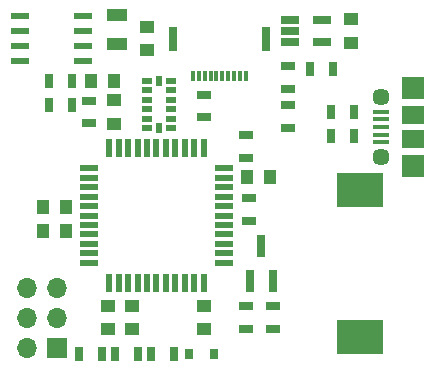
<source format=gbr>
G04 #@! TF.FileFunction,Soldermask,Bot*
%FSLAX46Y46*%
G04 Gerber Fmt 4.6, Leading zero omitted, Abs format (unit mm)*
G04 Created by KiCad (PCBNEW 4.0.5) date 08/11/17 18:39:36*
%MOMM*%
%LPD*%
G01*
G04 APERTURE LIST*
%ADD10C,0.100000*%
%ADD11R,1.500000X0.550000*%
%ADD12R,0.550000X1.500000*%
%ADD13R,0.300000X0.850000*%
%ADD14R,0.800000X2.000000*%
%ADD15R,1.700000X1.700000*%
%ADD16O,1.700000X1.700000*%
%ADD17R,0.800000X1.900000*%
%ADD18R,1.560000X0.650000*%
%ADD19R,1.550000X0.600000*%
%ADD20R,1.800000X1.000000*%
%ADD21R,1.350000X0.400000*%
%ADD22C,1.450000*%
%ADD23R,1.900000X1.500000*%
%ADD24R,1.900000X1.900000*%
%ADD25R,0.813000X0.500000*%
%ADD26R,0.500000X0.813000*%
%ADD27R,4.000000X2.900000*%
%ADD28R,1.250000X1.000000*%
%ADD29R,1.000000X1.250000*%
%ADD30R,0.700000X1.300000*%
%ADD31R,1.300000X0.700000*%
%ADD32R,0.800000X0.900000*%
G04 APERTURE END LIST*
D10*
D11*
X135016000Y-71310000D03*
X135016000Y-70510000D03*
X135016000Y-69710000D03*
X135016000Y-68910000D03*
X135016000Y-68110000D03*
X135016000Y-67310000D03*
X135016000Y-66510000D03*
X135016000Y-65710000D03*
X135016000Y-64910000D03*
X135016000Y-64110000D03*
X135016000Y-63310000D03*
D12*
X136716000Y-61610000D03*
X137516000Y-61610000D03*
X138316000Y-61610000D03*
X139116000Y-61610000D03*
X139916000Y-61610000D03*
X140716000Y-61610000D03*
X141516000Y-61610000D03*
X142316000Y-61610000D03*
X143116000Y-61610000D03*
X143916000Y-61610000D03*
X144716000Y-61610000D03*
D11*
X146416000Y-63310000D03*
X146416000Y-64110000D03*
X146416000Y-64910000D03*
X146416000Y-65710000D03*
X146416000Y-66510000D03*
X146416000Y-67310000D03*
X146416000Y-68110000D03*
X146416000Y-68910000D03*
X146416000Y-69710000D03*
X146416000Y-70510000D03*
X146416000Y-71310000D03*
D12*
X144716000Y-73010000D03*
X143916000Y-73010000D03*
X143116000Y-73010000D03*
X142316000Y-73010000D03*
X141516000Y-73010000D03*
X140716000Y-73010000D03*
X139916000Y-73010000D03*
X139116000Y-73010000D03*
X138316000Y-73010000D03*
X137516000Y-73010000D03*
X136716000Y-73010000D03*
D13*
X143800000Y-55499000D03*
X144300000Y-55499000D03*
X144800000Y-55499000D03*
X145300000Y-55499000D03*
X145800000Y-55499000D03*
X146300000Y-55499000D03*
X146800000Y-55499000D03*
X147300000Y-55499000D03*
X147800000Y-55499000D03*
X148300000Y-55499000D03*
D14*
X142100000Y-52324000D03*
X150000000Y-52324000D03*
D15*
X132334000Y-78486000D03*
D16*
X129794000Y-78486000D03*
X132334000Y-75946000D03*
X129794000Y-75946000D03*
X132334000Y-73406000D03*
X129794000Y-73406000D03*
D17*
X150556000Y-72874000D03*
X148656000Y-72874000D03*
X149606000Y-69874000D03*
D18*
X152066000Y-52639000D03*
X152066000Y-51689000D03*
X152066000Y-50739000D03*
X154766000Y-50739000D03*
X154766000Y-52639000D03*
D19*
X134526000Y-50419000D03*
X134526000Y-51689000D03*
X134526000Y-52959000D03*
X134526000Y-54229000D03*
X129126000Y-54229000D03*
X129126000Y-52959000D03*
X129126000Y-51689000D03*
X129126000Y-50419000D03*
D20*
X137414000Y-50312000D03*
X137414000Y-52812000D03*
D21*
X159766000Y-58517000D03*
X159766000Y-59167000D03*
X159766000Y-59817000D03*
X159766000Y-60467000D03*
X159766000Y-61117000D03*
D22*
X159766000Y-62317000D03*
X159766000Y-57317000D03*
D23*
X162466000Y-60817000D03*
X162466000Y-58817000D03*
D24*
X162466000Y-63117000D03*
X162466000Y-56517000D03*
D25*
X139960000Y-59912000D03*
X139960000Y-59112000D03*
X139960000Y-58312000D03*
X139960000Y-57512000D03*
X139960000Y-56712000D03*
X139960000Y-55912000D03*
D26*
X140970000Y-55912000D03*
D25*
X141980000Y-55912000D03*
X141980000Y-56712000D03*
X141980000Y-57512000D03*
X141980000Y-58312000D03*
X141980000Y-59112000D03*
X141980000Y-59912000D03*
D26*
X140970000Y-59912000D03*
D27*
X157988000Y-77574000D03*
X157988000Y-65174000D03*
D28*
X137160000Y-59547000D03*
X137160000Y-57547000D03*
X138684000Y-74946000D03*
X138684000Y-76946000D03*
X144780000Y-74946000D03*
X144780000Y-76946000D03*
X136652000Y-74946000D03*
X136652000Y-76946000D03*
D29*
X133080000Y-66548000D03*
X131080000Y-66548000D03*
X148352000Y-64008000D03*
X150352000Y-64008000D03*
X133080000Y-68580000D03*
X131080000Y-68580000D03*
D28*
X157226000Y-52689000D03*
X157226000Y-50689000D03*
D29*
X137144000Y-55880000D03*
X135144000Y-55880000D03*
D28*
X139954000Y-53324000D03*
X139954000Y-51324000D03*
D30*
X134178000Y-78994000D03*
X136078000Y-78994000D03*
X137226000Y-78994000D03*
X139126000Y-78994000D03*
X155514000Y-58547000D03*
X157414000Y-58547000D03*
X155514000Y-60579000D03*
X157414000Y-60579000D03*
D31*
X151892000Y-56576000D03*
X151892000Y-54676000D03*
X151892000Y-57978000D03*
X151892000Y-59878000D03*
X135001000Y-59497000D03*
X135001000Y-57597000D03*
D30*
X155636000Y-54864000D03*
X153736000Y-54864000D03*
X133538000Y-55880000D03*
X131638000Y-55880000D03*
X133538000Y-57912000D03*
X131638000Y-57912000D03*
D31*
X144780000Y-57089000D03*
X144780000Y-58989000D03*
X148336000Y-62418000D03*
X148336000Y-60518000D03*
X148336000Y-74996000D03*
X148336000Y-76896000D03*
X150622000Y-74996000D03*
X150622000Y-76896000D03*
X148590000Y-65852000D03*
X148590000Y-67752000D03*
D32*
X145576000Y-78994000D03*
X143476000Y-78994000D03*
D30*
X140274000Y-78994000D03*
X142174000Y-78994000D03*
M02*

</source>
